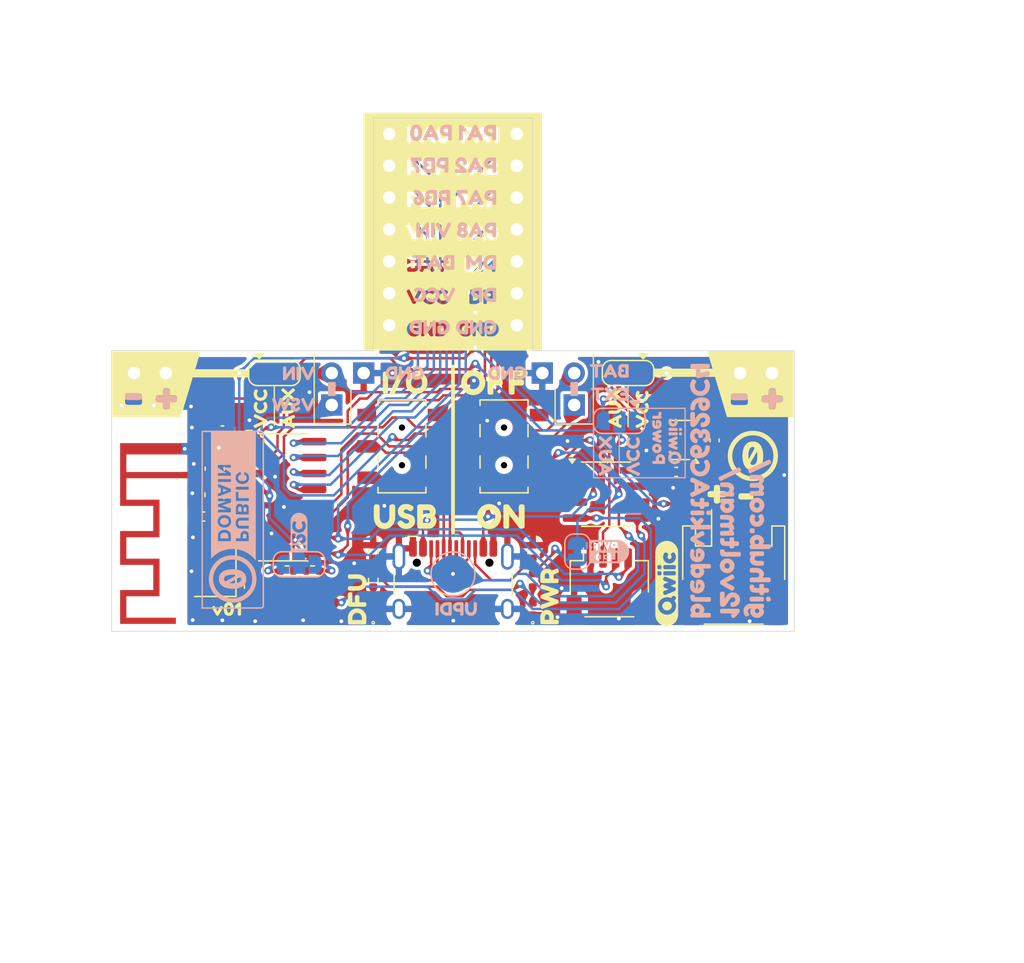
<source format=kicad_pcb>
(kicad_pcb (version 20240108) (generator "pcbnew") (generator_version "8.0")
  (layers (0 "F.Cu" signal) (31 "B.Cu" signal) (34 "B.Paste" user) (35 "F.Paste" user) (36 "B.SilkS" user "B.Silkscreen") (37 "F.SilkS" user "F.Silkscreen") (38 "B.Mask" user) (39 "F.Mask" user) (44 "Edge.Cuts" user))
  (net 0 "")
  (net 1 "/DM")
  (net 2 "/DP")
  (net 3 "GND")
  (net 4 "VBUS")
  (net 5 "/CC1")
  (net 6 "/CC2")
  (net 7 "VCC")
  (net 8 "+BATT")
  (net 9 "Net-(AE1-A)")
  (net 10 "Net-(U1-BT_RF)")
  (net 11 "/USBDM")
  (net 12 "/USBDP")
  (net 13 "Net-(U1-BTOSCO)")
  (net 14 "Net-(U1-BTOSCI)")
  (net 15 "Net-(JP2-B)")
  (net 16 "Net-(JP2-A)")
  (net 17 "/BUT")
  (net 18 "/PB6")
  (net 19 "/PA0")
  (net 20 "/PB7")
  (net 21 "/PA1")
  (net 22 "/PA2")
  (net 23 "/IODP")
  (net 24 "/SCL")
  (net 25 "/SDA")
  (net 26 "/IODM")
  (net 27 "Net-(J5-VCC)")
  (net 30 "VIN")
  (net 31 "VSW")
  (net 32 "AUX")
  (net 33 "/EXT")
  (net 34 "Net-(D2-A)")
  (net 35 "Net-(D3-A)")
  (net 36 "/UPDI")
  (net 37 "/LED")
  (net 38 "Net-(J3-Pin_1)")
  (net 39 "Net-(J9-Pin_1)")
  (net 40 "Net-(JP6-A)")
  (net 41 "Net-(JP7-B)")
  (footprint "kibuzzard-667FBC34" (layer "F.Cu") (at 61.976 43.027669)
    (property "Reference" "kibuzzard-667FBC34" (hide yes))
    (property "Value" "G***" (hide yes))
  )
  (footprint "kibuzzard-6680A94E" (layer "F.Cu") (at 99.568 44.958 90)
    (property "Reference" "kibuzzard-6680A94E" (hide yes))
    (property "Value" "G***" (hide yes))
  )
  (footprint "kibuzzard-66809CDB" (layer "F.Cu") (at 89.408 53.594)
    (property "Reference" "kibuzzard-66809CDB" (hide yes))
    (property "Value" "G***" (hide yes))
  )
  (footprint "Capacitor_SMD:C_0402_1005Metric" (layer "F.Cu") (at 65.721 53.594 180)
    (property "Reference" "C1" (hide yes))
    (property "Value" "tune1")
  )
  (footprint "kibuzzard-66809CF2" (layer "F.Cu") (at 88.9 42.926)
    (property "Reference" "kibuzzard-66809CF2" (hide yes))
    (property "Value" "G***" (hide yes))
  )
  (footprint "Capacitor_SMD:C_0402_1005Metric" (layer "F.Cu") (at 103.378 50.038)
    (property "Reference" "C5" (hide yes))
    (property "Value" "1u")
  )
  (footprint "kibuzzard-66809D18" (layer "F.Cu") (at 81.788 53.594)
    (property "Reference" "kibuzzard-66809D18" (hide yes))
    (property "Value" "G***" (hide yes))
  )
  (footprint "LED_SMD:LED_0402_1005Metric" (layer "F.Cu") (at 79.248 60.96 90)
    (property "Reference" "D2" (hide yes))
    (property "Value" "LED")
  )
  (footprint "Resistor_SMD:R_0402_1005Metric" (layer "F.Cu") (at 91.948 58.674 90)
    (property "Reference" "R7" (hide yes))
    (property "Value" "510")
  )
  (footprint "Connector_PinHeader_2.54mm:PinHeader_1x01_P2.54mm_Vertical" (layer "F.Cu") (at 92.71 42.164)
    (property "Reference" "J7" (hide yes))
    (property "Value" "Conn_01x01")
  )
  (footprint "Resistor_SMD:R_0402_1005Metric" (layer "F.Cu") (at 66.229 51.864302 90)
    (property "Reference" "R3" (hide yes))
    (property "Value" "0")
  )
  (footprint "kibuzzard-6680B177" (layer "F.Cu") (at 85.577567 30.898196)
    (property "Reference" "kibuzzard-6680B177" (hide yes))
    (property "Value" "G***" (hide yes))
  )
  (footprint "Connector_PinHeader_2.54mm:PinHeader_1x02_P2.54mm_Vertical" (layer "F.Cu") (at 75.946 44.704 180)
    (property "Reference" "JP3" (hide yes))
    (property "Value" "Jumper_2_Bridged")
  )
  (footprint "kibuzzard-66809D78" (layer "F.Cu") (at 93.288413 59.955503 90)
    (property "Reference" "kibuzzard-66809D78" (hide yes))
    (property "Value" "G***" (hide yes))
  )
  (footprint "Connector_USB:USB_C_Receptacle_HCTL_HC-TYPE-C-16P-01A" (layer "F.Cu") (at 85.61 59.879)
    (property "Reference" "J1" (hide yes))
    (property "Value" "USB_C_Receptacle_USB2.0_16P")
  )
  (footprint "Resistor_SMD:R_0402_1005Metric" (layer "F.Cu") (at 79.248 56.388 90)
    (property "Reference" "R1" (hide yes))
    (property "Value" "5.1k")
  )
  (footprint "kibuzzard-66809D04" (layer "F.Cu") (at 81.788 42.926)
    (property "Reference" "kibuzzard-66809D04" (hide yes))
    (property "Value" "G***" (hide yes))
  )
  (footprint "Jumper:SolderJumper-3_P1.3mm_Bridged12_RoundedPad1.0x1.5mm" (layer "F.Cu") (at 99.538 42.164 180)
    (property "Reference" "JP5" (hide yes))
    (property "Value" "SolderJumper_3_Bridged12")
  )
  (footprint "LOGO" (layer "F.Cu") (at 109.474 48.768)
    (property "Reference" "G***" (hide yes))
    (property "Value" "LOGO" (hide yes))
  )
  (footprint "Crystal:Crystal_SMD_3225-4Pin_3.2x2.5mm" (layer "F.Cu") (at 66.669521 57.964532 90)
    (property "Reference" "Y1" (hide yes))
    (property "Value" "24MHz")
  )
  (footprint "Capacitor_SMD:C_0402_1005Metric" (layer "F.Cu") (at 69.35172 59.198673 -90)
    (property "Reference" "C3" (hide yes))
    (property "Value" "12pF")
  )
  (footprint "kibuzzard-6680AAC4" (layer "F.Cu") (at 67.564 60.96)
    (property "Reference" "kibuzzard-6680AAC4" (hide yes))
    (property "Value" "G***" (hide yes))
  )
  (footprint "Capacitor_SMD:C_0402_1005Metric" (layer "F.Cu") (at 67.753 49.784 90)
    (property "Reference" "C9" (hide yes))
    (property "Value" "1u")
  )
  (footprint "kibuzzard-66809DBE" (layer "F.Cu") (at 102.616 58.928 90)
    (property "Reference" "kibuzzard-66809DBE" (hide yes))
    (property "Value" "G***" (hide yes))
  )
  (footprint "Capacitor_SMD:C_0402_1005Metric" (layer "F.Cu") (at 67.245 46.736 180)
    (property "Reference" "C8" (hide yes))
    (property "Value" "1u")
  )
  (footprint "Connector_PinHeader_2.54mm:PinHeader_1x01_P2.54mm_Vertical" (layer "F.Cu") (at 78.486 42.164)
    (property "Reference" "J8" (hide yes))
    (property "Value" "Conn_01x01")
  )
  (footprint "Jumper:SolderJumper-3_P1.3mm_Bridged12_RoundedPad1.0x1.5mm" (layer "F.Cu") (at 71.374 42.164)
    (property "Reference" "JP4" (hide yes))
    (property "Value" "SolderJumper_3_Bridged12")
  )
  (footprint "Connector_PinHeader_2.54mm:PinHeader_1x02_P2.54mm_Vertical" (layer "F.Cu") (at 95.25 44.704 180)
    (property "Reference" "JP6" (hide yes))
    (property "Value" "Jumper_2_Bridged")
  )
  (footprint "RF_Antenna:Texas_SWRA117D_2.4GHz_Left" (layer "F.Cu") (at 64.24362 50.299369 90)
    (property "Reference" "AE1" (hide yes))
    (property "Value" "Antenna")
  )
  (footprint "Capacitor_SMD:C_0402_1005Metric" (layer "F.Cu") (at 106.426 47.526 -90)
    (property "Reference" "C6" (hide yes))
    (property "Value" "1u")
  )
  (footprint "LED_SMD:LED_0402_1005Metric" (layer "F.Cu") (at 91.948 60.96 90)
    (property "Reference" "D3" (hide yes))
    (property "Value" "LED")
  )
  (footprint "Resistor_SMD:R_0402_1005Metric" (layer "F.Cu") (at 79.248 58.674 90)
    (property "Reference" "R6" (hide yes))
    (property "Value" "510")
  )
  (footprint "kibuzzard-66809D9A" (layer "F.Cu") (at 107.696 51.816)
    (property "Reference" "kibuzzard-66809D9A" (hide yes))
    (property "Value" "G***" (hide yes))
  )
  (footprint "Package_SO:SOIC-16_3.9x9.9mm_P1.27mm" (layer "F.Cu") (at 72.071 52.07)
    (property "Reference" "U1" (hide yes))
    (property "Value" "AC6329C")
  )
  (footprint "Resistor_SMD:R_0402_1005Metric" (layer "F.Cu") (at 91.948 56.388 90)
    (property "Reference" "R2" (hide yes))
    (property "Value" "5.1k")
  )
  (footprint "Package_TO_SOT_SMD:SOT-23-3" (layer "F.Cu") (at 103.632 47.498 180)
    (property "Reference" "U3" (hide yes))
    (property "Value" "XC6206")
  )
  (footprint "Resistor_SMD:R_0402_1005Metric" (layer "F.Cu") (at 74.420001 57.912)
    (property "Reference" "R4" (hide yes))
    (property "Value" "5.1k")
  )
  (footprint "Connector_JST:JST_SH_SM04B-SRSS-TB_1x04-1MP_P1.00mm_Horizontal" (layer "F.Cu") (at 98.044 58.896)
    (property "Reference" "J5" (hide yes))
    (property "Value" "Qwiic_I2C_connector")
  )
  (footprint "kibuzzard-667FBBEE" (layer "F.Cu") (at 109.298314 43.040954)
    (property "Reference" "kibuzzard-667FBBEE" (hide yes))
    (property "Value" "G***" (hide yes))
  )
  (footprint "Package_SO:SOIC-8_3.9x4.9mm_P1.27mm" (layer "F.Cu") (at 97.79 51.816)
    (property "Reference" "U4" (hide yes))
    (property "Value" "ATtiny412-SSNR")
  )
  (footprint "Connector_JST:JST_PH_S2B-PH-SM4-TB_1x02-1MP_P2.00mm_Horizontal" (layer "F.Cu") (at 107.95 57.658)
    (property "Reference" "J2" (hide yes))
    (property "Value" "Conn_01x02")
  )
  (footprint "Capacitor_SMD:C_0402_1005Metric" (layer "F.Cu") (at 66.229 49.784001 90)
    (property "Reference" "C2" (hide yes))
    (property "Value" "tune2")
  )
  (footprint "maxfootprints:DPDT-Slide_top" (layer "F.Cu") (at 81.534 48.006 90)
    (property "Reference" "SW1" (hide yes))
    (property "Value" "SW_DPDT_x2")
  )
  (footprint "Resistor_SMD:R_0402_1005Metric" (layer "F.Cu") (at 72.388001 57.912 180)
    (property "Reference" "R5" (hide yes))
    (property "Value" "5.1k")
  )
  (footprint "maxfootprints:TINYTACTILE" (layer "F.Cu") (at 73.406 60.452 180)
    (property "Reference" "SW3" (hide yes))
    (property "Value" "SW_Push")
  )
  (footprint "Capacitor_SMD:C_0402_1005Metric" (layer "F.Cu") (at 66.548 55.245 180)
    (property "Reference" "C4" (hide yes))
    (property "Value" "12pF")
  )
  (footprint "Capacitor_SMD:C_0402_1005Metric" (layer "F.Cu") (at 67.725 52.07 -90)
    (property "Reference" "C10" (hide yes))
    (property "Value" "1u")
  )
  (footprint "maxfootprints:DPDT-Slide_top" (layer "F.Cu") (at 89.662 48.006 -90)
    (property "Reference" "SW2" (hide yes))
    (property "Value" "SW_DPDT_x2")
  )
  (footprint "kibuzzard-66809E23" (layer "F.Cu") (at 71.374 44.958 90)
    (property "Reference" "kibuzzard-66809E23" (hide yes))
    (property "Value" "G***" (hide yes))
  )
  (footprint "kibuzzard-6680A820" (layer "F.Cu") (at 77.978 60.198 90)
    (property "Reference" "kibuzzard-6680A820" (hide yes))
    (property "Value" "G***" (hide yes))
  )
  (footprint "Connector_PinHeader_2.54mm:PinHeader_1x07_P2.54mm_Vertical" (layer "B.Cu") (at 90.678 23.114 180)
    (property "Reference" "J6" (hide yes))
    (property "Value" "Conn_01x07")
  )
  (footprint "kibuzzard-6680DFC0" (layer "B.Cu") (at 109.78163 44.252119)
    (property "Reference" "kibuzzard-6680DFC0" (hide yes))
    (property "Value" "G***" (hide yes))
  )
  (footprint "kibuzzard-6680BEA0" (layer "B.Cu") (at 107.696 51.562 90)
    (property "Reference" "kibuzzard-6680BEA0" (hide yes))
    (property "Value" "G***" (hide yes))
  )
  (footprint "kibuzzard-6680B7CF" (layer "B.Cu") (at 98.044 42.926 180)
    (property "Reference" "kibuzzard-6680B7CF" (hide yes))
    (property "Value" "G***" (hide yes))
  )
  (footprint "kibuzzard-6680AE53" (layer "B.Cu") (at 81.75683 42.156273 180)
    (property "Reference" "kibuzzard-6680AE53" (hide yes))
    (property "Value" "G***" (hide yes))
  )
  (footprint "kibuzzard-6680E09B" (layer "B.Cu") (at 85.598 30.734 180)
    (property "Reference" "kibuzzard-6680E09B" (hide yes))
    (property "Value" "G***" (hide yes))
  )
  (footprint "maxfootprints:SolderJumper-3_P1.3mm_Bridged123_RoundedPad1.0x1.5mm" (layer "B.Cu") (at 73.341 57.404)
    (property "Reference" "JP2" (hide yes))
    (property "Value" "SolderJumper_3_Bridged123")
  )
  (footprint "kibuzzard-6680AC8C" (layer "B.Cu") (at 102.641523 47.338852 90)
    (property "Reference" "kibuzzard-6680AC8C" (hide yes))
    (property "Value" "G***" (hide yes))
  )
  (footprint "kibuzzard-66809E23" (layer "B.Cu") (at 98.836 48.768 90)
    (property "Reference" "kibuzzard-66809E23" (hide yes))
    (property "Value" "G***" (hide yes))
  )
  (footprint "TestPoint:TestPoint_Pad_D3.0mm" (layer "B.Cu") (at 85.598 58.166 180)
    (property "Reference" "TP1" (hide yes))
    (property "Value" "TestPoint")
  )
  (footprint "Jumper:SolderJumper-3_P1.3mm_Bridged12_RoundedPad1.0x1.5mm" (layer "B.Cu") (at 98.836 45.974 180)
    (property "Reference" "JP1" (hide yes))
    (property "Value" "SolderJumper_3_Bridged12")
  )
  (footprint "kibuzzard-6680BA59" (layer "B.Cu") (at 73.338492 54.831089 90)
    (property "Reference" "kibuzzard-6680BA59" (hide yes))
    (property "Value" "G***" (hide yes))
  )
  (footprint "kibuzzard-6680B7C1" (layer "B.Cu") (at 72.898 43.434 180)
    (property "Reference" "kibuzzard-6680B7C1" (hide yes))
    (property "Value" "G***" (hide yes))
  )
  (footprint "kibuzzard-6680ABE0" (layer "B.Cu") (at 85.852 60.96 180)
    (property "Reference" "kibuzzard-6680ABE0" (hide yes))
    (property "Value" "G***" (hide yes))
  )
  (footprint "LOGO" (layer "B.Cu") (at 68.072 53.848 90)
    (property "Reference" "G***" (hide yes))
    (property "Value" "LOGO" (hide yes))
  )
  (footprint "kibuzzard-6680AE53" (layer "B.Cu") (at 89.916 42.164 180)
    (property "Reference" "kibuzzard-6680AE53" (hide yes))
    (property "Value" "G***" (hide yes))
  )
  (footprint "Connector_PinHeader_2.54mm:PinHeader_1x02_P2.54mm_Vertical" (layer "B.Cu") (at 62.738 42.164 90)
    (property "Reference" "J3" (hide yes))
    (property "Value" "Conn_01x02")
  )
  (footprint "Jumper:SolderJumper-2_P1.3mm_Bridged_RoundedPad1.0x1.5mm" (layer "B.Cu") (at 95.504 56.388 -90)
    (property "Reference" "JP7" (hide yes))
    (property "Value" "SolderJumper_2_Bridged")
  )
  (footprint "Connector_PinHeader_2.54mm:PinHeader_1x02_P2.54mm_Vertical" (layer "B.Cu") (at 110.998 42.164 90)
    (property "Reference" "J9" (hide yes))
    (property "Value" "Conn_01x02")
  )
  (footprint "kibuzzard-6680DFC0" (layer "B.Cu") (at 61.557806 44.236683)
    (property "Reference" "kibuzzard-6680DFC0" (hide yes))
    (property "Value" "G***" (hide yes))
  )
  (footprint "kibuzzard-6680BA41" (layer "B.Cu") (at 98.044 56.388 180)
    (property "Reference" "kibuzzard-6680BA41" (hide yes))
    (property "Value" "G***" (hide yes))
  )
  (footprint "Connector_PinHeader_2.54mm:PinHeader_1x07_P2.54mm_Vertical" (layer "B.Cu") (at 80.518 23.114 180)
    (property "Reference" "J4" (hide yes))
    (property "Value" "Conn_01x07")
  )
  (gr_line (start 96.786 46.274) (end 96.794837 50.50732) (stroke (width 0.1)) (layer "B.SilkS"))
  (gr_line (start 100.236 44.974) (end 104.079307 44.973802) (stroke (width 0.1)) (layer "B.SilkS"))
  (gr_line (start 104.079307 44.973802) (end 104.079307 50.506145) (stroke (width 0.1)) (layer "B.SilkS"))
  (gr_line (start 98.83668 50.13129) (end 98.836 46.974) (stroke (width 0.1)) (layer "B.SilkS"))
  (gr_rect (start 94.996 42.926) (end 95.504 43.942) (stroke (width 0.1)) (fill solid) (layer "B.SilkS"))
  (gr_line (start 96.794837 50.50732) (end 104.079307 50.506145) (stroke (width 0.1)) (layer "B.SilkS"))
  (gr_rect (start 75.692 42.926) (end 76.2 43.942) (stroke (width 0.1)) (fill solid) (layer "B.SilkS"))
  (gr_line (start 96.774 46.228) (end 96.774 40.64) (stroke (width 0.1)) (layer "F.SilkS"))
  (gr_rect (start 101.588 41.864) (end 106.934 42.418) (stroke (width 0.1)) (fill solid) (layer "F.SilkS"))
  (gr_line (start 77.47 46.228) (end 74.549 46.228) (stroke (width 0.1)) (layer "F.SilkS"))
  (gr_line (start 85.598 54.864) (end 85.598 41.656) (stroke (width 0.3)) (layer "F.SilkS"))
  (gr_line (start 71.374 43.164) (end 71.37332 46.32129) (stroke (width 0.1)) (layer "F.SilkS"))
  (gr_line (start 99.538 43.164) (end 99.539003 46.458425) (stroke (width 0.1)) (layer "F.SilkS"))
  (gr_line (start 77.47 46.228) (end 77.47 43.434) (stroke (width 0.1)) (layer "F.SilkS"))
  (gr_line (start 93.726 46.228) (end 96.774 46.228) (stroke (width 0.1)) (layer "F.SilkS"))
  (gr_line (start 74.549 46.228) (end 74.549 40.64) (stroke (width 0.1)) (layer "F.SilkS"))
  (gr_rect (start 63.978 41.91) (end 69.324 42.464) (stroke (width 0.1)) (fill solid) (layer "F.SilkS"))
  (gr_line (start 93.726 46.228) (end 93.726 43.434) (stroke (width 0.1)) (layer "F.SilkS"))
  (gr_poly (pts (xy 91.948 21.844) (xy 79.248 21.844) (xy 79.248 40.386) (xy 58.42 40.386) (xy 58.42 62.738) (xy 112.776 62.738) (xy 112.776 40.386) (xy 91.948 40.386)) (stroke (width 0.05)) (fill none) (layer "Edge.Cuts"))
  (segment (start 82.804 48.514) (end 80.264 48.514) (width 0.2) (layer "F.Cu") (net 1))
  (segment (start 77.216 48.514) (end 77.216 52.07) (width 0.2) (layer "F.Cu") (net 1))
  (segment (start 77.216 52.07) (end 75.311 53.975) (width 0.2) (layer "F.Cu") (net 1))
  (segment (start 80.264 48.514) (end 79.756 48.006) (width 0.2) (layer "F.Cu") (net 1))
  (segment (start 78.734 48.006) (end 77.724 48.006) (width 0.2) (layer "F.Cu") (net 1))
  (segment (start 79.756 48.006) (end 78.734 48.006) (width 0.2) (layer "F.Cu") (net 1))
  (segment (start 75.311 53.975) (end 74.546 53.975) (width 0.2) (layer "F.Cu") (net 1))
  (segment (start 95.315 52.451) (end 90.551 52.451) (width 0.2) (layer "F.Cu") (net 1))
  (segment (start 83.82 49.53) (end 82.804 48.514) (width 0.2) (layer "F.Cu") (net 1))
  (segment (start 87.63 49.53) (end 83.82 49.53) (width 0.2) (layer "F.Cu") (net 1))
  (segment (start 77.724 48.006) (end 77.216 48.514) (width 0.2) (layer "F.Cu") (net 1))
  (segment (start 90.551 52.451) (end 87.63 49.53) (width 0.2) (layer "F.Cu") (net 1))
  (segment (start 94.107 51.181) (end 93.472 51.816) (width 0.2) (layer "F.Cu") (net 2))
  (segment (start 93.472 51.816) (end 90.481686 51.816) (width 0.2) (layer "F.Cu") (net 2))
  (segment (start 84.334 48.006) (end 80.518 48.006) (width 0.2) (layer "F.Cu") (net 2))
  (segment (start 87.687686 49.022) (end 85.35 49.022) (width 0.2) (layer "F.Cu") (net 2))
  (segment (start 90.481686 51.816) (end 87.687686 49.022) (width 0.2) (layer "F.Cu") (net 2))
  (segment (start 80.518 48.006) (end 79.502 46.99) (width 0.2) (layer "F.Cu") (net 2))
  (segment (start 76.708 48.26) (end 76.708 51.816) (width 0.2) (layer "F.Cu") (net 2))
  (segment (start 75.819 52.705) (end 74.546 52.705) (width 0.2) (layer "F.Cu") (net 2))
  (segment (start 95.315 51.181) (end 94.107 51.181) (width 0.2) (layer "F.Cu") (net 2))
  (segment (start 77.978 46.99) (end 76.708 48.26) (width 0.2) (layer "F.Cu") (net 2))
  (segment (start 79.502 46.99) (end 77.978 46.99) (width 0.2) (layer "F.Cu") (net 2))
  (segment (start 85.35 49.022) (end 84.334 48.006) (width 0.2) (layer "F.Cu") (net 2))
  (segment (start 76.708 51.816) (end 75.819 52.705) (width 0.2) (layer "F.Cu") (net 2))
  (segment (start 65.819521 59.064532) (end 65.819521 58.879531) (width 0.2) (layer "F.Cu") (net 3))
  (segment (start 69.596 52.705) (end 69.441 52.55) (width 0.2) (layer "F.Cu") (net 3))
  (segment (start 65.819521 58.879531) (end 67.519521 57.179531) (width 0.2) (layer "F.Cu") (net 3))
  (segment (start 69.441 52.55) (end 67.725 52.55) (width 0.2) (layer "F.Cu") (net 3))
  (segment (start 67.333001 57.380999) (end 67.333001 57.066) (width 0.2) (layer "F.Cu") (net 3))
  (via (at 64.807853 46.506383) (size 0.6) (drill 0.3) (layers "F.Cu" "B.Cu") (net 3))
  (via (at 59.237308 44.765298) (size 0.6) (drill 0.3) (layers "F.Cu" "B.Cu") (net 3))
  (via (at 97.181763 41.272637) (size 0.6) (drill 0.3) (layers "F.Cu" "B.Cu") (net 3))
  (via (at 71.43291 50.425274) (size 0.6) (drill 0.3) (layers "F.Cu" "B.Cu") (net 3))
  (via (at 89.277804 52.550694) (size 0.6) (drill 0.3) (layers "F.Cu" "B.Cu") (net 3))
  (via (at 80.772 42.164) (size 0.6) (drill 0.3) (layers "F.Cu" "B.Cu") (net 3))
  (via (at 85.625631 61.893324) (size 0.6) (drill 0.3) (layers "F.Cu" "B.Cu") (net 3))
  (via (at 111.976 50.292) (size 0.6) (drill 0.3) (layers "F.Cu" "B.Cu") (net 3))
  (via (at 73.664332 61.864746) (size 0.6) (drill 0.3) (layers "F.Cu" "B.Cu") (net 3))
  (via (at 87.267862 42.76325) (size 0.6) (drill 0.3) (layers "F.Cu" "B.Cu") (net 3))
  (via (at 64.777357 57.956061) (size 0.6) (drill 0.3) (layers "F.Cu" "B.Cu") (net 3))
  (via (at 101.955669 53.775068) (size 0.6) (drill 0.3) (layers "F.Cu" "B.Cu") (net 3))
  (via (at 74.168 43.688) (size 0.6) (drill 0.3) (layers "F.Cu" "B.Cu") (net 3))
  (via (at 71.153425 54.946652) (size 0.6) (drill 0.3) (layers "F.Cu" "B.Cu") (net 3))
  (via (at 64.959 49.403) (size 0.6) (drill 0.3) (layers "F.Cu" "B.Cu") (net 3))
  (via (at 66.950096 48.115701) (size 0.6) (drill 0.3) (layers "F.Cu" "B.Cu") (net 3))
  (via (at 69.85 61.938) (size 0.6) (drill 0.3) (layers "F.Cu" "B.Cu") (net 3))
  (via (at 61.774846 44.746776) (size 0.6) (drill 0.3) (layers "F.Cu" "B.Cu") (net 3))
  (via (at 93.915172 61.614395) (size 0.6) (drill 0.3) (layers "F.Cu" "B.Cu") (net 3))
  (via (at 72.136 52.832) (size 0.6) (drill 0.3) (layers "F.Cu" "B.Cu") (net 3))
  (via (at 94.253202 59.308384) (size 0.6) (drill 0.3) (layers "F.Cu" "B.Cu") (net 3))
  (via (at 77.732288 57.319914) (size 0.6) (drill 0.3) (layers "F.Cu" "B.Cu") (net 3))
  (via (at 94.718993 47.579309) (size 0.6) (drill 0.3) (layers "F.Cu" "B.Cu") (net 3))
  (via (at 109.22 61.938) (size 0.6) (drill 0.3) (layers "F.Cu" "B.Cu") (net 3))
  (via (at 101.001262 48.334864) (size 0.6) (drill 0.3) (layers "F.Cu" "B.Cu") (net 3))
  (via (at 64.887694 55.252171) (size 0.6) (drill 0.3) (layers "F.Cu" "B.Cu") (net 3))
  (via (at 103.124 51.308) (size 0.6) (drill 0.3) (layers "F.Cu" "B.Cu") (net 3))
  (via (at 64.738395 44.830126) (size 0.6) (drill 0.3) (layers "F.Cu" "B.Cu") (net 3))
  (via (at 64.842992 51.738784) (size 0.6) (drill 0.3) (layers "F.Cu" "B.Cu") (net 3))
  (via (at 64.869101 61.843909) (size 0.6) (drill 0.3) (layers "F.Cu" "B.Cu") (net 3))
  (via (at 88.324491 45.955641) (size 0.6) (drill 0.3) (layers "F.Cu" "B.Cu") (net 3))
  (via (at 69.389058 45.923513) (size 0.6) (drill 0.3) (layers "F.Cu" "B.Cu") (net 3))
  (via (at 67.234458 61.864746) (size 0.6) (drill 0.3) (layers "F.Cu" "B.Cu") (net 3))
  (via (at 98.806 61.722) (size 0.6) (drill 0.3) (layers "F.Cu" "B.Cu") (net 3))
  (via (at 87.376 37.338) (size 0.6) (drill 0.3) (layers "F.Cu" "B.Cu") (net 3))
  (via (at 76.708 61.938) (size 0.6) (drill 0.3) (layers "F.Cu" "B.Cu") (net 3))
  (via (at 80.136255 52.743339) (size 0.6) (drill 0.3) (layers "F.Cu" "B.Cu") (net 3))
  (segment (start 88.01 56.134) (end 88.01 53.976) (width 0.2) (layer "F.Cu") (net 4))
  (segment (start 96.774 51.816) (end 96.774 50.292) (width 0.2) (layer "F.Cu") (net 4))
  (segment (start 88.01 53.976) (end 88.392 53.594) (width 0.2) (layer "F.Cu") (net 4))
  (segment (start 83.522735 53.891265) (end 83.21 54.204) (width 0.2) (layer "F.Cu") (net 4))
  (segment (start 88.392 52.036) (end 86.862 50.506) (width 0.2) (layer "F.Cu") (net 4))
  (segment (start 88.392 53.594) (end 88.392 52.036) (width 0.2) (layer "F.Cu") (net 4))
  (segment (start 96.774 50.292) (end 96.393 49.911) (width 0.2) (layer "F.Cu") (net 4))
  (segment (start 83.21 54.204) (end 83.21 56.134) (width 0.2) (layer "F.Cu") (net 4))
  (segment (start 96.393 49.911) (end 95.315 49.911) (width 0.2) (layer "F.Cu") (net 4))
  (via (at 88.392 53.594) (size 0.6) (drill 0.3) (layers "F.Cu" "B.Cu") (net 4))
  (via (at 96.774 51.816) (size 0.6) (drill 0.3) (layers "F.Cu" "B.Cu") (net 4))
  (via (at 83.522735 53.891265) (size 0.6) (drill 0.3) (layers "F.Cu" "B.Cu") (net 4))
  (segment (start 88.138 53.848) (end 88.392 53.594) (width 0.2) (layer "B.Cu") (net 4))
  (segment (start 83.522735 53.891265) (end 83.566 53.848) (width 0.2) (layer "B.Cu") (net 4))
  (segment (start 83.566 53.848) (end 88.138 53.848) (width 0.2) (layer "B.Cu") (net 4))
  (segment (start 96.774 51.816) (end 94.996 53.594) (width 0.2) (layer "B.Cu") (net 4))
  (segment (start 94.996 53.594) (end 88.392 53.594) (width 0.2) (layer "B.Cu") (net 4))
  (segment (start 84.36 56.134) (end 84.36 58.388) (width 0.2) (layer "F.Cu") (net 5))
  (segment (start 84.074 58.674) (end 81.026 58.674) (width 0.2) (layer "F.Cu") (net 5))
  (segment (start 79.249999 56.897999) (end 79.248 56.897999) (width 0.2) (layer "F.Cu") (net 5))
  (segment (start 84.36 58.388) (end 84.074 58.674) (width 0.2) (layer "F.Cu") (net 5))
  (segment (start 81.026 58.674) (end 79.249999 56.897999) (width 0.2) (layer "F.Cu") (net 5))
  (segment (start 87.36 57.388) (end 87.36 56.134) (width 0.2) (layer "F.Cu") (net 6))
  (segment (start 90.171999 58.674) (end 88.646 58.674) (width 0.2) (layer "F.Cu") (net 6))
  (segment (start 91.948 56.897999) (end 90.171999 58.674) (width 0.2) (layer "F.Cu") (net 6))
  (segment (start 88.646 58.674) (end 87.36 57.388) (width 0.2) (layer "F.Cu") (net 6))
  (segment (start 102.616 42.164) (end 100.838 42.164) (width 0.2) (layer "F.Cu") (net 7))
  (segment (start 87.376 40.132) (end 86.522 40.986) (width 0.2) (layer "F.Cu") (net 7))
  (segment (start 86.522 40.986) (end 81.696 40.986) (width 0.2) (layer "F.Cu") (net 7))
  (segment (start 69.441 51.59) (end 69.596 51.435) (width 0.2) (layer "F.Cu") (net 7))
  (segment (start 68.58 42.164) (end 70.074 42.164) (width 0.2) (layer "F.Cu") (net 7))
  (segment (start 70.485 51.435) (end 69.596 51.435) (width 0.2) (layer "F.Cu") (net 7))
  (segment (start 70.993 51.943) (end 70.485 51.435) (width 0.2) (layer "F.Cu") (net 7))
  (segment (start 67.725 51.59) (end 69.441 51.59) (width 0.2) (layer "F.Cu") (net 7))
  (via (at 81.696 40.986) (size 0.6) (drill 0.3) (layers "F.Cu" "B.Cu") (net 7))
  (via (at 70.993 51.943) (size 0.6) (drill 0.3) (layers "F.Cu" "B.Cu") (net 7))
  (via (at 68.58 42.164) (size 0.6) (drill 0.3) (layers "F.Cu" "B.Cu") (net 7))
  (via (at 102.616 42.164) (size 0.6) (drill 0.3) (layers "F.Cu" "B.Cu") (net 7))
  (via (at 87.376 40.132) (size 0.6) (drill 0.3) (layers "F.Cu" "B.Cu") (net 7))
  (segment (start 70.993 53.721) (end 73.341 56.069) (width 0.2) (layer "B.Cu") (net 7))
  (segment (start 98.926 43.434) (end 100.136 44.644) (width 0.2) (layer "B.Cu") (net 7))
  (segment (start 68.58 42.164) (end 69.758 40.986) (width 0.2) (layer "B.Cu") (net 7))
  (segment (start 73.341 56.069) (end 73.341 57.404) (width 0.2) (layer "B.Cu") (net 7))
  (segment (start 96.273 46.228) (end 96.52 45.981) (width 0.2) (layer "B.Cu") (net 7))
  (segment (start 68.58 42.164) (end 68.58 48.768) (width 0.2) (layer "B.Cu") (net 7))
  (segment (start 68.58 48.768) (end 70.993 51.181) (width 0.2) (layer "B.Cu") (net 7))
  (segment (start 70.993 51.181) (end 70.993 51.943) (width 0.2) (layer "B.Cu") (net 7))
  (segment (start 102.616 42.164) (end 100.136 44.644) (width 0.2) (layer "B.Cu") (net 7))
  (segment (start 96.52 45.981) (end 96.52 44.196) (width 0.2) (layer "B.Cu") (net 7))
  (segment (start 96.52 44.196) (end 97.282 43.434) (width 0.2) (layer "B.Cu") (net 7))
  (segment (start 82.042 40.64) (end 81.696 40.986) (width 0.2) (layer "B.Cu") (net 7))
  (segment (start 87.376 40.132) (end 93.472 46.228) (width 0.2) (layer "B.Cu") (net 7))
  (segment (start 93.472 46.228) (end 96.273 46.228) (width 0.2) (layer "B.Cu") (net 7))
  (segment (start 97.282 43.434) (end 98.926 43.434) (width 0.2) (layer "B.Cu") (net 7))
  (segment (start 82.042 37.338) (end 82.042 40.64) (width 0.2) (layer "B.Cu") (net 7))
  (segment (start 80.518 35.814) (end 82.042 37.338) (width 0.2) (layer "B.Cu") (net 7))
  (segment (start 70.993 51.943) (end 70.993 53.721) (width 0.2) (layer "B.Cu") (net 7))
  (segment (start 100.136 44.644) (end 100.136 45.974) (width 0.2) (layer "B.Cu") (net 7))
  (segment (start 69.758 40.986) (end 81.696 40.986) (width 0.2) (layer "B.Cu") (net 7))
  (segment (start 80.786 45.706) (end 80.01 46.482) (width 0.2) (layer "F.Cu") (net 8))
  (segment (start 87.63 46.482) (end 82.641371 46.482) (width 0.2) (layer "F.Cu") (net 8))
  (segment (start 72.898 46.482) (end 72.136 47.244) (width 0.2) (layer "F.Cu") (net 8))
  (segment (start 80.518 33.274) (end 84.836 33.274) (width 0.2) (layer "F.Cu") (net 8))
  (segment (start 67.753 50.264) (end 69.497 50.264) (width 0.2) (layer "F.Cu") (net 8))
  (segment (start 87.63 43.434) (end 84.582 43.434) (width 0.2) (layer "F.Cu") (net 8))
  (segment (start 80.01 46.482) (end 77.216 46.482) (width 0.2) (layer "F.Cu") (net 8))
  (segment (start 84.582 43.434) (end 84.328 43.688) (width 0.2) (layer "F.Cu") (net 8))
  (segment (start 88.646 47.498) (end 87.63 46.482) (width 0.2) (layer "F.Cu") (net 8))
  (segment (start 77.216 46.482) (end 72.898 46.482) (width 0.2) (layer "F.Cu") (net 8))
  (segment (start 72.136 47.244) (end 72.136 48.599999) (width 0.2) (layer "F.Cu") (net 8))
  (segment (start 78.754 44.196) (end 78.194 44.196) (width 0.2) (layer "F.Cu") (net 8))
  (segment (start 72.136 48.599999) (end 70.570999 50.165) (width 0.2) (layer "F.Cu") (net 8))
  (segment (start 90.678 47.498) (end 88.646 47.498) (width 0.2) (layer "F.Cu") (net 8))
  (segment (start 82.641371 46.482) (end 81.865371 45.706) (width 0.2) (layer "F.Cu") (net 8))
  (segment (start 84.836 33.274) (end 88.138 36.576) (width 0.2) (layer "F.Cu") (net 8))
  (segment (start 69.497 50.264) (end 69.596 50.165) (width 0.2) (layer "F.Cu") (net 8))
  (segment (start 77.216 45.174) (end 77.216 46.482) (width 0.2) (layer "F.Cu") (net 8))
  (segment (start 88.138 36.576) (end 88.138 42.926) (width 0.2) (layer "F.Cu") (net 8))
  (segment (start 78.194 44.196) (end 77.216 45.174) (width 0.2) (layer "F.Cu") (net 8))
  (segment (start 79.262 43.688) (end 78.754 44.196) (width 0.2) (layer "F.Cu") (net 8))
  (segment (start 81.865371 45.706) (end 80.786 45.706) (width 0.2) (layer "F.Cu") (net 8))
  (segment (start 88.138 42.926) (end 87.63 43.434) (width 0.2) (layer "F.Cu") (net 8))
  (segment (start 93.726 43.688) (end 93.726 46.092) (width 0.2) (layer "F.Cu") (net 8))
  (segment (start 70.570999 50.165) (end 69.596 50.165) (width 0.2) (layer "F.Cu") (net 8))
  (segment (start 84.328 43.688) (end 79.262 43.688) (width 0.2) (layer "F.Cu") (net 8))
  (segment (start 93.082 46.736) (end 91.44 46.736) (width 0.2) (layer "F.Cu") (net 8))
  (segment (start 95.25 42.164) (end 93.726 43.688) (width 0.2) (layer "F.Cu") (net 8))
  (segment (start 91.44 46.736) (end 90.678 47.498) (width 0.2) (layer "F.Cu") (net 8))
  (segment (start 93.726 46.092) (end 93.082 46.736) (width 0.2) (layer "F.Cu") (net 8))
  (segment (start 64.278988 50.264001) (end 64.24362 50.299369) (width 0.2) (layer "F.Cu") (net 9))
  (segment (start 66.195043 50.297958) (end 64.312945 50.297958) (width 0.5) (layer "F.Cu") (net 9))
  (segment (start 66.229 51.354303) (end 66.229 50.264001) (width 0.5) (layer "F.Cu") (net 9))
  (segment (start 66.229 50.264001) (end 66.195043 50.297958) (width 0.5) (layer "F.Cu") (net 9))
  (segment (start 66.201 53.594) (end 66.201 52.402301) (width 0.5) (layer "F.Cu") (net 10))
  (segment (start 66.201 52.402301) (end 66.229 52.374301) (width 0.2) (layer "F.Cu") (net 10))
  (segment (start 66.582 53.975) (end 66.201 53.594) (width 0.5) (layer "F.Cu") (net 10))
  (segment (start 69.596 53.975) (end 66.582 53.975) (width 0.5) (layer "F.Cu") (net 10))
  (segment (start 82.51 50.506) (end 84.86 52.856) (width 0.2) (layer "F.Cu") (net 11))
  (segment (start 85.86 57.142) (end 85.86 56.134) (width 0.2) (layer "F.Cu") (net 11))
  (segment (start 78.734 50.506) (end 82.51 50.506) (width 0.2) (layer "F.Cu") (net 11))
  (segment (start 84.86 57.174) (end 85.09 57.404) (width 0.2) (layer "F.Cu") (net 11))
  (segment (start 84.86 52.856) (end 84.86 56.134) (width 0.2) (layer "F.Cu") (net 11))
  (segment (start 84.86 56.134) (end 84.86 57.174) (width 0.2) (layer "F.Cu") (net 11))
  (segment (start 85.09 57.404) (end 85.598 57.404) (width 0.2) (layer "F.Cu") (net 11))
  (segment (start 85.598 57.404) (end 85.86 57.142) (width 0.2) (layer "F.Cu") (net 11))
  (segment (start 84.334 51.568) (end 84.334 50.506) (width 0.2) (layer "F.Cu") (net 12))
  (segment (start 85.36 54.864) (end 85.36 55.118) (width 0.2) (layer "F.Cu") (net 12))
  (segment (start 85.36 52.594) (end 84.334 51.568) (width 0.2) (layer "F.Cu") (net 12))
  (segment (start 85.36 55.118) (end 85.36 52.594) (width 0.2) (layer "F.Cu") (net 12))
  (segment (start 85.36 56.134) (end 85.36 55.118) (width 0.2) (layer "F.Cu") (net 12))
  (segment (start 86.106 54.864) (end 85.36 54.864) (width 0.2) (layer "F.Cu") (net 12))
  (segment (start 86.36 56.134) (end 86.36 55.118) (width 0.2) (layer "F.Cu") (net 12))
  (segment (start 86.36 55.118) (end 86.106 54.864) (width 0.2) (layer "F.Cu") (net 12))
  (segment (start 67.86538 58.718673) (end 69.35172 58.718673) (width 0.2) (layer "F.Cu") (net 13))
  (segment (start 69.35172 56.75928) (end 69.596 56.515) (width 0.2) (layer "F.Cu") (net 13))
  (segment (start 69.35172 58.718673) (end 69.35172 56.75928) (width 0.2) (layer "F.Cu") (net 13))
  (segment (start 67.519521 59.064532) (end 67.86538 58.718673) (width 0.2) (layer "F.Cu") (net 13))
  (segment (start 67.028 55.245) (end 69.596 55.245) (width 0.2) (layer "F.Cu") (net 14))
  (segment (start 65.819521 56.87948) (end 65.819521 56.453479) (width 0.2) (layer "F.Cu") (net 14))
  (segment (start 65.819521 56.453479) (end 67.028 55.245) (width 0.2) (layer "F.Cu") (net 14))
  (segment (start 74.93 57.912) (end 75.946 57.912) (width 0.2) (layer "F.Cu") (net 15))
  (via (at 75.946 57.912) (size 0.6) (drill 0.3) (layers "F.Cu" "B.Cu") (net 15))
  (segment (start 75.438 57.404) (end 74.641 57.404) (width 0.2) (layer "B.Cu") (net 15))
  (segment (start 75.946 57.912) (end 75.438 57.404) (width 0.2) (layer "B.Cu") (net 15))
  (segment (start 71.878002 57.912) (end 70.866 57.912) (width 0.2) (layer "F.Cu") (net 16))
  (via (at 70.866 57.912) (size 0.6) (drill 0.3) (layers "F.Cu" "B.Cu") (net 16))
  (segment (start 70.866 57.912) (end 71.374 57.404) (width 0.2) (layer "B.Cu") (net 16))
  (segment (start 71.374 57.404) (end 72.041 57.404) (width 0.2) (layer "B.Cu") (net 16))
  (segment (start 76.708 60.452) (end 75.377001 60.452) (width 0.2) (layer "F.Cu") (net 17))
  (segment (start 97.028 53.721) (end 95.315 53.721) (width 0.2) (layer "F.Cu") (net 17))
  (via (at 76.708 60.452) (size 0.6) (drill 0.3) (layers "F.Cu" "B.Cu") (net 17))
  (via (at 97.028 53.721) (size 0.6) (drill 0.3) (layers "F.Cu" "B.Cu") (net 17))
  (segment (start 86.614 60.198) (end 87.376 59.436) (width 0.2) (layer "B.Cu") (net 17))
  (segment (start 90.424 59.436) (end 91.948 60.96) (width 0.2) (layer "B.Cu") (net 17))
  (segment (start 83.566 59.182) (end 84.582 60.198) (width 0.2) (layer "B.Cu") (net 17))
  (segment (start 91.948 60.96) (end 98.806 60.96) (width 0.2) (layer "B.Cu") (net 17))
  (segment (start 77.978 59.182) (end 83.566 59.182) (width 0.2) (layer "B.Cu") (net 17))
  (segment (start 87.376 59.436) (end 90.424 59.436) (width 0.2) (layer "B.Cu") (net 17))
  (segment (start 100.457 53.721) (end 97.028 53.721) (width 0.2) (layer "B.Cu") (net 17))
  (segment (start 76.708 60.452) (end 77.978 59.182) (width 0.2) (layer "B.Cu") (net 17))
  (segment (start 101.346 54.61) (end 100.457 53.721) (width 0.2) (layer "B.Cu") (net 17))
  (segment (start 101.346 58.42) (end 101.346 54.61) (width 0.2) (layer "B.Cu") (net 17))
  (segment (start 98.806 60.96) (end 101.346 58.42) (width 0.2) (layer "B.Cu") (net 17))
  (segment (start 84.582 60.198) (end 86.614 60.198) (width 0.2) (layer "B.Cu") (net 17))
  (segment (start 70.739 46.482) (end 69.596 47.625) (width 0.2) (layer "F.Cu") (net 18))
  (segment (start 71.12 46.482) (end 70.739 46.482) (width 0.2) (layer "F.Cu") (net 18))
  (via (at 71.12 46.482) (size 0.6) (drill 0.3) (layers "F.Cu" "B.Cu") (net 18))
  (segment (start 81.534 43.688) (end 80.01 43.688) (width 0.2) (layer "B.Cu") (net 18))
  (segment (start 83.566 41.656) (end 81.534 43.688) (width 0.2) (layer "B.Cu") (net 18))
  (segment (start 77.216 46.482) (end 71.12 46.482) (width 0.2) (layer "B.Cu") (net 18))
  (segment (start 80.01 43.688) (end 77.216 46.482) (width 0.2) (layer "B.Cu") (net 18))
  (segment (start 83.566 31.242) (end 83.566 41.656) (width 0.2) (layer "B.Cu") (net 18))
  (segment (start 80.518 28.194) (end 83.566 31.242) (width 0.2) (layer "B.Cu") (net 18))
  (segment (start 72.898 48.895) (end 74.546 48.895) (width 0.2) (layer "F.Cu") (net 19))
  (via (at 72.898 48.895) (size 0.6) (drill 0.3) (layers "F.Cu" "B.Cu") (net 19))
  (segment (start 82.042 44.704) (end 84.582 42.164) (width 0.2) (layer "B.Cu") (net 19))
  (segment (start 84.582 42.164) (end 84.582 27.178) (width 0.2) (layer "B.Cu") (net 19))
  (segment (start 76.454 48.768) (end 80.518 44.704) (width 0.2) (layer "B.Cu") (net 19))
  (segment (start 80.518 44.704) (end 82.042 44.704) (width 0.2) (layer "B.Cu") (net 19))
  (segment (start 84.582 27.178) (end 80.518 23.114) (width 0.2) (layer "B.Cu") (net 19))
  (segment (start 72.898 48.895) (end 73.025 48.768) (width 0.2) (layer "B.Cu") (net 19))
  (segment (start 73.025 48.768) (end 76.454 48.768) (width 0.2) (layer "B.Cu") (net 19))
  (segment (start 73.025 47.625) (end 72.898 47.752) (width 0.2) (layer "F.Cu") (net 20))
  (segment (start 74.546 47.625) (end 73.025 47.625) (width 0.2) (layer "F.Cu") (net 20))
  (via (at 72.898 47.752) (size 0.6) (drill 0.3) (layers "F.Cu" "B.Cu") (net 20))
  (segment (start 81.788 44.196) (end 80.264 44.196) (width 0.2) (layer "B.Cu") (net 20))
  (segment (start 76.708 47.752) (end 72.898 47.752) (width 0.2) (layer "B.Cu") (net 20))
  (segment (start 80.264 44.196) (end 76.708 47.752) (width 0.2) (layer "B.Cu") (net 20))
  (segment (start 84.074 41.91) (end 81.788 44.196) (width 0.2) (layer "B.Cu") (net 20))
  (segment (start 84.074 29.21) (end 84.074 41.91) (width 0.2) (layer "B.Cu") (net 20))
  (segment (start 80.518 25.654) (end 84.074 29.21) (width 0.2) (layer "B.Cu") (net 20))
  (segment (start 74.546 50.165) (end 73.025 50.165) (width 0.2) (layer "F.Cu") (net 21))
  (segment (start 73.025 50.165) (end 72.898 50.038) (width 0.2) (layer "F.Cu") (net 21))
  (via (at 72.898 50.038) (size 0.6) (drill 0.3) (layers "F.Cu" "B.Cu") (net 21))
  (segment (start 90.678 23.114) (end 85.09 28.702) (width 0.2) (layer "B.Cu") (net 21))
  (segment (start 85.09 42.418) (end 82.296 45.212) (width 0.2) (layer "B.Cu") (net 21))
  (segment (start 80.824472 45.212) (end 75.744472 50.292) (width 0.2) (layer "B.Cu") (net 21))
  (segment (start 85.09 28.702) (end 85.09 42.418) (width 0.2) (layer "B.Cu") (net 21))
  (segment (start 75.744472 50.292) (end 73.152 50.292) (width 0.2) (layer "B.Cu") (net 21))
  (segment (start 73.152 50.292) (end 72.898 50.038) (width 0.2) (layer "B.Cu") (net 21))
  (segment (start 82.296 45.212) (end 80.824472 45.212) (width 0.2) (layer "B.Cu") (net 21))
  (segment (start 72.898 51.054) (end 73.279 51.435) (width 0.2) (layer "F.Cu") (net 22))
  (segment (start 73.279 51.435) (end 74.546 51.435) (width 0.2) (layer "F.Cu") (net 22))
  (via (at 72.898 51.054) (size 0.6) (drill 0.3) (layers "F.Cu" "B.Cu") (net 22))
  (segment (start 82.564 45.706) (end 85.598 42.672) (width 0.2) (layer "B.Cu") (net 22))
  (segment (start 72.898 51.054) (end 75.854629 51.054) (width 0.2) (layer "B.Cu") (net 22))
  (segment (start 85.598 30.734) (end 90.678 25.654) (width 0.2) (layer "B.Cu") (net 22))
  (segment (start 81.202629 45.706) (end 82.564 45.706) (width 0.2) (layer "B.Cu") (net 22))
  (segment (start 75.854629 51.054) (end 81.202629 45.706) (width 0.2) (layer "B.Cu") (net 22))
  (segment (start 85.598 42.672) (end 85.598 30.734) (width 0.2) (layer "B.Cu") (net 22))
  (segment (start 88.138 44.45) (end 85.39 44.45) (width 0.2) (layer "F.Cu") (net 23))
  (segment (start 89.154 43.434) (end 88.138 44.45) (width 0.2) (layer "F.Cu") (net 23))
  (segment (start 89.154 37.338) (end 89.154 43.434) (width 0.2) (layer "F.Cu") (net 23))
  (segment (start 85.39 44.45) (end 84.334 45.506) (width 0.2) (layer "F.Cu") (net 23))
  (segment (start 90.678 35.814) (end 89.154 37.338) (width 0.2) (layer "F.Cu") (net 23))
  (segment (start 76.327 55.245) (end 76.454 55.372) (width 0.2) (layer "F.Cu") (net 24))
  (segment (start 72.898 57.912) (end 72.898 55.918001) (width 0.2) (layer "F.Cu") (net 24))
  (segment (start 98.806 58.42) (end 99.544 57.682) (width 0.2) (layer "F.Cu") (net 24))
  (segment (start 74.546 55.245) (end 76.327 55.245) (width 0.2) (layer "F.Cu") (net 24))
  (segment (start 72.898 55.918001) (end 73.571001 55.245) (width 0.2) (layer "F.Cu") (net 24))
  (segment (start 99.544 57.682) (end 99.544 56.896) (width 0.2) (layer "F.Cu") (net 24))
  (segment (start 73.571001 55.245) (end 74.546 55.245) (width 0.2) (layer "F.Cu") (net 24))
  (via (at 98.806 58.42) (size 0.6) (drill 0.3) (layers "F.Cu" "B.Cu") (net 24))
  (via (at 76.454 55.372) (size 0.6) (drill 0.3) (layers "F.Cu" "B.Cu") (net 24))
  (segment (start 76.454 55.372) (end 78.994 55.372) (width 0.2) (layer "B.Cu") (net 24))
  (segment (start 98.552 58.166) (end 98.806 58.42) (width 0.2) (layer "B.Cu") (net 24))
  (segment (start 79.756 54.61) (end 82.804 54.61) (width 0.2) (layer "B.Cu") (net 24))
  (segment (start 90.932 54.61) (end 93.726 57.404) (width 0.2) (layer "B.Cu") (net 24))
  (segment (start 78.994 55.372) (end 79.756 54.61) (width 0.2) (layer "B.Cu") (net 24))
  (segment (start 97.282 58.166) (end 98.552 58.166) (width 0.2) (layer "B.Cu") (net 24))
  (segment (start 86.106 43.065372) (end 82.365686 46.805686) (width 0.2) (layer "B.Cu") (net 24))
  (segment (start 86.106 32.766) (end 86.106 43.065372) (width 0.2) (layer "B.Cu") (net 24))
  (segment (start 93.726 57.404) (end 94.488 58.166) (width 0.2) (layer "B.Cu") (net 24))
  (segment (start 90.678 28.194) (end 86.106 32.766) (width 0.2) (layer "B.Cu") (net 24))
  (segment (start 94.488 58.166) (end 97.282 58.166) (width 0.2) (layer "B.Cu") (net 24))
  (segment (start 76.454 52.717371) (end 76.454 55.372) (width 0.2) (layer "B.Cu") (net 24))
  (segment (start 82.365686 46.805686) (end 76.454 52.717371) (width 0.2) (layer "B.Cu") (net 24))
  (segment (start 82.804 54.61) (end 90.932 54.61) (width 0.2) (layer "B.Cu") (net 24))
  (segment (start 97.79 59.182) (end 97.79 58.42) (width 0.2) (layer "F.Cu") (net 25))
  (segment (start 77.216 54.356) (end 77.216 55.88) (width 0.2) (layer "F.Cu") (net 25))
  (segment (start 76.327 56.515) (end 76.454 56.642) (width 0.2) (layer "F.Cu") (net 25))
  (segment (start 73.910002 57.150998) (end 74.546 56.515) (width 0.2) (layer "F.Cu") (net 25))
  (segment (start 98.544 57.666) (end 98.544 56.896) (width 0.2) (layer "F.Cu") (net 25))
  (segment (start 77.216 55.88) (end 76.454 56.642) (width 0.2) (layer "F.Cu") (net 25))
  (segment (start 97.79 58.42) (end 98.544 57.666) (width 0.2) (layer "F.Cu") (net 25))
  (segment (start 73.910002 57.912) (end 73.910002 57.150998) (width 0.2) (layer "F.Cu") (net 25))
  (segment (start 74.546 56.515) (end 76.327 56.515) (width 0.2) (layer "F.Cu") (net 25))
  (via (at 76.454 56.642) (size 0.6) (drill 0.3) (layers "F.Cu" "B.Cu") (net 25))
  (via (at 97.79 59.182) (size 0.6) (drill 0.3) (layers "F.Cu" "B.Cu") (net 25))
  (via (at 77.216 54.356) (size 0.6) (drill 0.3) (layers "F.Cu" "B.Cu") (net 25))
  (segment (start 97.79 59.182) (end 97.282 58.674) (width 0.2) (layer "B.Cu") (net 25))
  (segment (start 77.216 52.578) (end 77.216 54.356) (width 0.2) (layer "B.Cu") (net 25))
  (segment (start 94.234 58.674) (end 90.678 55.118) (width 0.2) (layer "B.Cu") (net 25))
  (segment (start 90.678 55.118) (end 80.518 55.118) (width 0.2) (layer "B.Cu") (net 25))
  (segment (start 86.614 34.798) (end 86.614 43.18) (width 0.2) (layer "B.Cu") (net 25))
  (segment (start 78.994 56.642) (end 76.454 56.642) (width 0.2) (layer "B.Cu") (net 25))
  (segment (start 86.614 43.18) (end 77.216 52.578) (width 0.2) (layer "B.Cu") (net 25))
  (segment (start 80.518 55.118) (end 78.994 56.642) (width 0.2) (layer "B.Cu") (net 25))
  (segment (start 97.282 58.674) (end 94.234 58.674) (width 0.2) (layer "B.Cu") (net 25))
  (segment (start 90.678 30.734) (end 86.614 34.798) (width 0.2) (layer "B.Cu") (net 25))
  (segment (start 87.884 43.942) (end 84.836 43.942) (width 0.2) (layer "F.Cu") (net 26))
  (segment (start 84.455 44.323) (end 79.629 44.323) (width 0.2) (layer "F.Cu") (net 26))
  (segment (start 79.629 44.323) (end 78.734 45.218) (width 0.2) (layer "F.Cu") (net 26))
  (segment (start 88.646 43.18) (end 87.884 43.942) (width 0.2) (layer "F.Cu") (net 26))
  (segment (start 78.734 45.218) (end 78.734 45.506) (width 0.2) (layer "F.Cu") (net 26))
  (segment (start 84.836 43.942) (end 84.455 44.323) (width 0.2) (layer "F.Cu") (net 26))
  (segment (start 90.678 33.274) (end 88.646 35.306) (width 0.2) (layer "F.Cu") (net 26))
  (segment (start 88.646 35.306) (end 88.646 43.18) (width 0.2) (layer "F.Cu") (net 26))
  (segment (start 99.06 47.498) (end 98.044 48.514) (width 0.2) (layer "F.Cu") (net 27))
  (segment (start 97.544 54.856) (end 97.544 56.896) (width 0.2) (layer "F.Cu") (net 27))
  (segment (start 98.044 48.514) (end 98.044 54.356) (width 0.2) (layer "F.Cu") (net 27))
  (segment (start 98.044 54.356) (end 97.544 54.856) (width 0.2) (layer "F.Cu") (net 27))
  (via (at 99.06 47.498) (size 0.6) (drill 0.3) (layers "F.Cu" "B.Cu") (net 27))
  (segment (start 98.836 47.274) (end 98.836 45.974) (width 0.2) (layer "B.Cu") (net 27))
  (segment (start 99.06 47.498) (end 98.836 47.274) (width 0.2) (layer "B.Cu") (net 27))
  (segment (start 67.725 47.659) (end 67.725 46.736) (width 0.2) (layer "F.Cu") (net 30))
  (segment (start 70.993 48.895) (end 69.596 48.895) (width 0.2) (layer "F.Cu") (net 30))
  (segment (start 72.136 44.45) (end 72.136 46.482) (width 0.2) (layer "F.Cu") (net 30))
  (segment (start 74.422 42.164) (end 72.136 44.45) (width 0.2) (layer "F.Cu") (net 30))
  (segment (start 69.596 48.895) (end 68.961 48.895) (width 0.2) (layer "F.Cu") (net 30))
  (segment (start 71.628 48.26) (end 70.993 48.895) (width 0.2) (layer "F.Cu") (net 30))
  (segment (start 72.136 46.482) (end 71.628 46.99) (width 0.2) (layer "F.Cu") (net 30))
  (segment (start 68.961 48.895) (end 67.725 47.659) (width 0.2) (layer "F.Cu") (net 30))
  (segment (start 75.946 42.164) (end 74.422 42.164) (width 0.2) (layer "F.Cu") (net 30))
  (segment (start 71.628 46.99) (end 71.628 48.26) (width 0.2) (layer "F.Cu") (net 30))
  (segment (start 77.47 43.688) (end 75.946 42.164) (width 0.2) (layer "B.Cu") (net 30))
  (segment (start 79.248 43.688) (end 77.47 43.688) (width 0.2) (layer "B.Cu") (net 30))
  (segment (start 80.518 30.734) (end 82.804 33.02) (width 0.2) (layer "B.Cu") (net 30))
  (segment (start 81.28 43.18) (end 79.756 43.18) (width 0.2) (layer "B.Cu") (net 30))
  (segment (start 82.804 33.02) (end 82.804 41.656) (width 0.2) (layer "B.Cu") (net 30))
  (segment (start 79.756 43.18) (end 79.248 43.688) (width 0.2) (layer "B.Cu") (net 30))
  (segment (start 82.804 41.656) (end 81.28 43.18) (width 0.2) (layer "B.Cu") (net 30))
  (segment (start 93.98 48.514) (end 93.472 49.022) (width 0.2) (layer "F.Cu") (net 31))
  (segment (start 90.612 48.006) (end 86.862 48.006) (width 0.2) (layer "F.Cu") (net 31))
  (segment (start 102.456499 47.459999) (end 102.4945 47.498) (width 0.2) (layer "F.Cu") (net 31))
  (segment (start 91.628 49.022) (end 90.612 48.006) (width 0.2) (layer "F.Cu") (net 31))
  (segment (start 93.472 49.022) (end 91.628 49.022) (width 0.2) (layer "F.Cu") (net 31))
  (segment (start 101.727 51.181) (end 102.362 50.546) (width 0.2) (layer "F.Cu") (net 31))
  (segment (start 100.265 51.181) (end 101.727 51.181) (width 0.2) (layer "F.Cu") (net 31))
  (segment (start 82.55 46.99) (end 82.042 47.498) (width 0.2) (layer "F.Cu") (net 31))
  (segment (start 98.806 51.816) (end 98.806 51.308) (width 0.2) (layer "F.Cu") (net 31))
  (segment (start 84.328 46.99) (end 82.55 46.99) (width 0.2) (layer "F.Cu") (net 31))
  (segment (start 82.042 47.498) (end 81.026 47.498) (width 0.2) (layer "F.Cu") (net 31))
  (segment (start 102.362 47.6305) (end 102.4945 47.498) (width 0.2) (layer "F.Cu") (net 31))
  (segment (start 102.362 50.546) (end 102.362 50.038) (width 0.2) (layer "F.Cu") (net 31))
  (segment (start 86.862 48.006) (end 85.846 46.99) (width 0.2) (layer "F.Cu") (net 31))
  (segment (start 85.846 46.99) (end 84.328 46.99) (width 0.2) (layer "F.Cu") (net 31))
  (segment (start 98.806 51.308) (end 98.933 51.181) (width 0.2) (layer "F.Cu") (net 31))
  (segment (start 81.026 47.498) (end 80.772 47.244) (width 0.2) (layer "F.Cu") (net 31))
  (segment (start 98.933 51.181) (end 100.265 51.181) (width 0.2) (layer "F.Cu") (net 31))
  (segment (start 102.362 50.038) (end 102.362 47.6305) (width 0.2) (layer "F.Cu") (net 31))
  (segment (start 102.898 50.038) (end 102.362 50.038) (width 0.2) (layer "F.Cu") (net 31))
  (via (at 80.772 47.244) (size 0.6) (drill 0.3) (layers "F.Cu" "B.Cu") (net 31))
  (via (at 93.98 48.514) (size 0.6) (drill 0.3) (layers "F.Cu" "B.Cu") (net 31))
  (via (at 98.806 51.816) (size 0.6) (drill 0.3) (layers "F.Cu" "B.Cu") (net 31))
  (segment (start 76.108 51.908) (end 72.736 51.908) (width 0.2) (layer "B.Cu") (net 31))
  (segment (start 72.136 48.768) (end 70.358 46.99) (width 0.2) (layer "B.Cu") (net 31))
  (segment (start 95.504 55.738001) (end 95.504 53.960001) (width 0.2) (layer "B.Cu") (net 31))
  (segment (start 72.736 51.908) (end 72.136 51.308) (width 0.2) (layer "B.Cu") (net 31))
  (segment (start 70.358 46.228) (end 70.866 45.72) (width 0.2) (layer "B.Cu") (net 31))
  (segment (start 80.772 47.244) (end 76.108 51.908) (width 0.2) (layer "B.Cu") (net 31))
  (segment (start 72.136 51.308) (end 72.136 48.768) (width 0.2) (layer "B.Cu") (net 31))
  (segment (start 97.677999 52.944001) (end 96.52 52.944001) (width 0.2) (layer "B.Cu") (net 31))
  (segment (start 70.358 46.99) (end 70.358 46.228) (width 0.2) (layer "B.Cu") (net 31))
  (segment (start 98.806 51.816) (end 97.677999 52.944001) (width 0.2) (layer "B.Cu") (net 31))
  (segment (start 74.93 45.72) (end 75.946 44.704) (width 0.2) (layer "B.Cu") (net 31))
  (segment (start 70.866 45.72) (end 74.93 45.72) (width 0.2) (layer "B.Cu") (net 31))
  (segment (start 93.98 48.514) (end 95.758 48.514) (width 0.2) (layer "B.Cu") (net 31))
  (segment (start 95.504 53.960001) (end 96.52 52.944001) (width 0.2) (layer "B.Cu") (net 31))
  (segment (start 98.806 51.562) (end 98.806 51.816) (width 0.2) (layer "B.Cu") (net 31))
  (segment (start 95.758 48.514) (end 98.806 51.562) (width 0.2) (layer "B.Cu") (net 31))
  (segment (start 98.238 44.239265) (end 98.238 42.164) (width 0.2) (layer "F.Cu") (net 32))
  (segment (start 100.904001 46.548001) (end 104.7695 46.548001) (width 0.2) (layer "F.Cu") (net 32))
  (segment (start 98.595265 44.239265) (end 100.904001 46.548001) (width 0.2) (layer "F.Cu") (net 32))
  (segment (start 86.911265 41.866735) (end 87.376 41.402) (width 0.2) (layer "F.Cu") (net 32))
  (segment (start 105.928001 46.548001) (end 104.7695 46.548001) (width 0.2) (layer "F.Cu") (net 32))
  (segment (start 73.852 40.986) (end 80.61 40.986) (width 0.2) (layer "F.Cu") (net 32))
  (segment (start 72.674 42.164) (end 73.852 40.986) (width 0.2) (layer "F.Cu") (net 32))
  (segment (start 106.426 47.046) (end 105.928001 46.548001) (width 0.2) (layer "F.Cu") (net 32))
  (segment (start 81.490735 41.866735) (end 86.911265 41.866735) (width 0.2) (layer "F.Cu") (net 32))
  (segment (start 97.579265 44.239265) (end 98.238 44.239265) (width 0.2) (layer "F.Cu") (net 32))
  (segment (start 97.579265 44.239265) (end 98.595265 44.239265) (width 0.2) (layer "F.Cu") (net 32))
  (segment (start 80.61 40.986) (end 81.490735 41.866735) (width 0.2) (layer "F.Cu") (net 32))
  (via (at 97.579265 44.239265) (size 0.6) (drill 0.3) (layers "F.Cu" "B.Cu") (net 32))
  (via (at 87.376 41.402) (size 0.6) (drill 0.3) (layers "F.Cu" "B.Cu") (net 32))
  (segment (start 92.71 46.736) (end 96.774 46.736) (width 0.2) (layer "B.Cu") (net 32))
  (segment (start 96.774 46.736) (end 97.536 45.974) (width 0.2) (layer "B.Cu") (net 32))
  (segment (start 87.376 41.402) (end 92.71 46.736) (width 0.2) (layer "B.Cu") (net 32))
  (segment (start 97.579265 44.239265) (end 97.536 44.28253) (width 0.2) (layer "B.Cu") (net 32))
  (segment (start 97.536 44.28253) (end 97.536 45.974) (width 0.2) (layer "B.Cu") (net 32))
  (segment (start 93.004 50.506) (end 96.012 47.498) (width 0.2) (layer "F.Cu") (net 33))
  (segment (start 106.72 54.268) (end 105.03 52.578) (width 0.2) (layer "F.Cu") (net 33))
  (segment (start 105.03 52.578) (end 102.362 52.578) (width 0.2) (layer "F.Cu") (net 33))
  (segment (start 92.462 50.506) (end 93.004 50.506) (width 0.2) (layer "F.Cu") (net 33))
  (segment (start 96.012 47.498) (end 96.52 47.498) (width 0.2) (layer "F.Cu") (net 33))
  (via (at 96.52 47.498) (size 0.6) (drill 0.3) (layers "F.Cu" "B.Cu") (net 33))
  (via (at 102.362 52.578) (size 0.6) (drill 0.3) (layers "F.Cu" "B.Cu") (net 33))
  (segment (start 101.6 52.578) (end 102.362 52.578) (width 0.2) (layer "B.Cu") (net 33))
  (segment (start 96.52 47.498) (end 101.6 52.578) (width 0.2) (layer "B.Cu") (net 33))
  (segment (start 79.248 60.475) (end 79.248 59.183999) (width 0.2) (layer "F.Cu") (net 34))
  (segment (start 91.948 60.475) (end 91.948 59.183999) (width 0.2) (layer "F.Cu") (net 35))
  (segment (start 99.568 55.118) (end 98.806 54.356) (width 0.2) (layer "F.Cu") (net 36))
  (segment (start 83.86 57.618) (end 83.566 57.912) (width 0.2) (layer "F.Cu") (net 36))
  (segment (start 99.187 52.451) (end 100.265 52.451) (width 0.2) (layer "F.Cu") (net 36))
  (segment (start 98.806 52.832) (end 99.187 52.451) (width 0.2) (layer "F.Cu") (net 36))
  (segment (start 85.598 58.166) (end 86.86 56.904) (width 0.2) (layer "F.Cu") (net 36))
  (segment (start 98.806 54.356) (end 98.806 52.832) (width 0.2) (layer "F.Cu") (net 36))
  (segment (start 86.86 56.904) (end 86.86 56.134) (width 0.2) (layer "F.Cu") (net 36))
  (segment (start 83.86 56.134) (end 83.86 57.618) (width 0.2) (layer "F.Cu") (net 36))
  (via (at 99.568 55.118) (size 0.6) (drill 0.3) (layers "F.Cu" "B.Cu") (net 36))
  (via (at 85.598 58.166) (size 0.6) (drill 0.3) (layers "F.Cu" "B.Cu") (net 36))
  (via (at 83.566 57.912) (size 0.6) (drill 0.3) (layers "F.Cu" "B.Cu") (net 36))
  (segment (start 86.614 58.166) (end 87.122 58.674) (width 0.2) (layer "B.Cu") (net 36))
  (segment (start 91.44 58.166) (end 93.218 59.944) (width 0.2) (layer "B.Cu") (net 36))
  (segment (start 98.298 59.944) (end 100.33 57.912) (width 0.2) (layer "B.Cu") (net 36))
  (segment (start 100.33 55.88) (end 99.568 55.118) (width 0.2) (layer "B.Cu") (net 36))
  (segment (start 100.33 57.912) (end 100.33 55.88) (width 0.2) (layer "B.Cu") (net 36))
  (segment (start 87.122 58.674) (end 90.17 58.674) (width 0.2) (layer "B.Cu") (net 36))
  (segment (start 90.17 58.674) (end 90.678 58.166) (width 0.2) (layer "B.Cu") (net 36))
  (segment (start 90.678 58.166) (end 91.44 58.166) (width 0.2) (layer "B.Cu") (net 36))
  (segment (start 85.598 58.166) (end 86.614 58.166) (width 0.2) (layer "B.Cu") (net 36))
  (segment (start 83.82 58.166) (end 83.566 57.912) (width 0.2) (layer "B.Cu") (net 36))
  (segment (start 85.598 58.166) (end 83.82 58.166) (width 0.2) (layer "B.Cu") (net 36))
  (segment (start 93.218 59.944) (end 98.298 59.944) (width 0.2) (layer "B.Cu") (net 36))
  (segment (start 100.265 54.799) (end 100.265 53.721) (width 0.2) (layer "F.Cu") (net 37))
  (segment (start 85.09 59.944) (end 86.36 59.944) (width 0.2) (layer "F.Cu") (net 37))
  (segment (start 84.328 59.182) (end 85.09 59.944) (width 0.2) (layer "F.Cu") (net 37))
  (segment (start 86.868 59.436) (end 90.424 59.436) (width 0.2) (layer "F.Cu") (net 37))
  (segment (start 86.36 59.944) (end 86.868 59.436) (width 0.2) (layer "F.Cu") (net 37))
  (segment (start 79.248 58.164001) (end 79.500001 58.164001) (width 0.2) (layer "F.Cu") (net 37))
  (segment (start 90.424 59.436) (end 90.932 58.928) (width 0.2) (layer "F.Cu") (net 37))
  (segment (start 100.584 55.118) (end 100.265 54.799) (width 0.2) (layer "F.Cu") (net 37))
  (segment (start 80.518 59.182) (end 84.328 59.182) (width 0.2) (layer "F.Cu") (net 37))
  (segment (start 79.500001 58.164001) (end 80.518 59.182) (width 0.2) (layer "F.Cu") (net 37))
  (via (at 100.584 55.118) (size 0.6) (drill 0.3) (layers "F.Cu" "B.Cu") (net 37))
  (via (at 90.932 58.928) (size 0.6) (drill 0.3) (layers "F.Cu" "B.Cu") (net 37))
  (segment (start 100.838 55.372) (end 100.584 55.118) (width 0.2) (layer "B.Cu") (net 37))
  (segment (start 92.456 60.452) (end 98.552 60.452) (width 0.2) (layer "B.Cu") (net 37))
  (segment (start 98.552 60.452) (end 100.838 58.166) (width 0.2) (layer "B.Cu") (net 37))
  (segment (start 90.932 58.928) (end 92.456 60.452) (width 0.2) (layer "B.Cu") (net 37))
  (segment (start 100.838 58.166) (end 100.838 55.372) (width 0.2) (layer "B.Cu") (net 37))
  (segment (start 71.374 42.164) (end 71.374 43.18) (width 0.2) (layer "F.Cu") (net 38))
  (segment (start 64.77 42.164) (end 62.738 42.164) (width 0.2) (layer "F.Cu") (net 38))
  (segment (start 66.802 44.196) (end 64.77 42.164) (width 0.2) (layer "F.Cu") (net 38))
  (segment (start 70.358 44.196) (end 66.802 44.196) (width 0.2) (layer "F.Cu") (net 38))
  (segment (start 71.374 43.18) (end 70.358 44.196) (width 0.2) (layer "F.Cu") (net 38))
  (segment (start 99.538 43.658) (end 100.076 44.196) (width 0.2) (layer "F.Cu") (net 39))
  (segment (start 100.076 44.196) (end 110.236 44.196) (width 0.2) (layer "F.Cu") (net 39))
  (segment (start 99.538 42.164) (end 99.538 43.658) (width 0.2) (layer "F.Cu") (net 39))
  (segment (start 110.998 43.434) (end 110.998 42.164) (width 0.2) (layer "F.Cu") (net 39))
  (segment (start 110.236 44.196) (end 110.998 43.434) (width 0.2) (layer "F.Cu") (net 39))
  (segment (start 95.25 45.596) (end 95.25 44.704) (width 0.2) (layer "F.Cu") (net 40))
  (segment (start 92.462 48.006) (end 92.84 48.006) (width 0.2) (layer "F.Cu") (net 40))
  (segment (start 92.84 48.006) (end 95.25 45.596) (width 0.2) (layer "F.Cu") (net 40))
  (segment (start 93.726 56.134) (end 93.726 56.386001) (width 0.2) (layer "F.Cu") (net 41))
  (segment (start 93.726 56.386001) (end 91.948 58.164001) (width 0.2) (layer "F.Cu") (net 41))
  (via (at 93.726 56.134) (size 0.6) (drill 0.3) (layers "F.Cu" "B.Cu") (net 41))
  (segment (start 95.504 57.037999) (end 94.629999 57.037999) (width 0.2) (layer "B.Cu") (net 41))
  (segment (start 94.629999 57.037999) (end 93.726 56.134) (width 0.2) (layer "B.Cu") (net 41))
  (zone (net 0) (net_name "") (layer "F.Cu") (connect_pads (clearance 0)) (min_thickness 0.25)
    (keepout (tracks allowed) (vias allowed) (pads allowed) (copperpour not_allowed) (footprints allowed))
    (fill (thermal_gap 0.5) (thermal_bridge_width 0.5))
    (polygon (pts (xy 65.694619 49.708293) (xy 68.660483 49.701347) (xy 68.660483 54.938493) (xy 65.701565 54.931547) (xy 65.698368 49.708539)))
  )
  (zone (net 3) (net_name "GND") (layers "F&B.Cu") (connect_pads (clearance 0.25)) (min_thickness 0.25) (fill yes (thermal_gap 0.5) (thermal_bridge_width 0.5))
    (polygon (pts (xy 49.53 12.446) (xy 131.064 12.446) (xy 131.064 89.154) (xy 49.53 89.154)))
  )
  (zone (net 0) (net_name "") (layers "F&B.Cu") (connect_pads (clearance 0)) (min_thickness 0.25)
    (keepout (tracks allowed) (vias allowed) (pads allowed) (copperpour not_allowed) (footprints allowed))
    (fill (thermal_gap 0.5) (thermal_bridge_width 0.5))
    (polygon (pts (xy 58.355 45.085) (xy 64.451 45.085) (xy 64.451 64.135) (xy 58.355 64.135)))
  )
)
</source>
